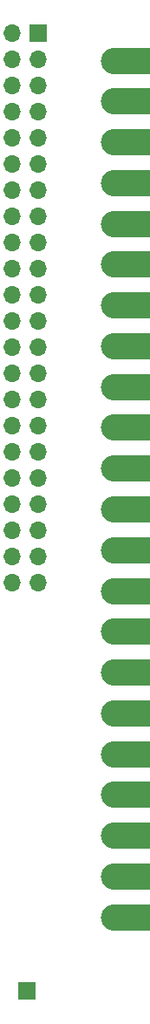
<source format=gbr>
%TF.GenerationSoftware,KiCad,Pcbnew,7.0.11*%
%TF.CreationDate,2025-08-02T11:26:45+02:00*%
%TF.ProjectId,pal-2-kim-adapter,70616c2d-322d-46b6-996d-2d6164617074,rev?*%
%TF.SameCoordinates,Original*%
%TF.FileFunction,Soldermask,Bot*%
%TF.FilePolarity,Negative*%
%FSLAX46Y46*%
G04 Gerber Fmt 4.6, Leading zero omitted, Abs format (unit mm)*
G04 Created by KiCad (PCBNEW 7.0.11) date 2025-08-02 11:26:45*
%MOMM*%
%LPD*%
G01*
G04 APERTURE LIST*
G04 Aperture macros list*
%AMFreePoly0*
4,1,22,-1.270000,3.180000,1.270000,3.180000,1.270000,-1.910000,1.254364,-2.108672,1.198732,-2.329454,1.104571,-2.536755,0.974909,-2.723912,0.813912,-2.884909,0.626755,-3.014571,0.419454,-3.108732,0.198672,-3.164364,0.000000,-3.180000,-0.198672,-3.164364,-0.419454,-3.108732,-0.626755,-3.014571,-0.813912,-2.884909,-0.974909,-2.723912,-1.104571,-2.536755,-1.198732,-2.329454,-1.254364,-2.108672,
-1.270000,-1.910000,-1.270000,3.180000,-1.270000,3.180000,$1*%
G04 Aperture macros list end*
%ADD10R,1.700000X1.700000*%
%ADD11O,1.700000X1.700000*%
%ADD12FreePoly0,270.000000*%
G04 APERTURE END LIST*
D10*
%TO.C,J1*%
X151650000Y-54450000D03*
D11*
X151650000Y-56990000D03*
X151650000Y-59530000D03*
X151650000Y-62070000D03*
X151650000Y-64610000D03*
X151650000Y-67150000D03*
X151650000Y-69690000D03*
X151650000Y-72230000D03*
X151650000Y-74770000D03*
X151650000Y-77310000D03*
X151650000Y-79850000D03*
X151650000Y-82390000D03*
X151650000Y-84930000D03*
X151650000Y-87470000D03*
X151650000Y-90010000D03*
X151650000Y-92550000D03*
X151650000Y-95090000D03*
X151650000Y-97630000D03*
X151650000Y-100170000D03*
X151650000Y-102710000D03*
X151650000Y-105250000D03*
X151650000Y-107790000D03*
X149110000Y-54450000D03*
X149110000Y-56990000D03*
X149110000Y-59530000D03*
X149110000Y-62070000D03*
X149110000Y-64610000D03*
X149110000Y-67150000D03*
X149110000Y-69690000D03*
X149110000Y-72230000D03*
X149110000Y-74770000D03*
X149110000Y-77310000D03*
X149110000Y-79850000D03*
X149110000Y-82390000D03*
X149110000Y-84930000D03*
X149110000Y-87470000D03*
X149110000Y-90010000D03*
X149110000Y-92550000D03*
X149110000Y-95090000D03*
X149110000Y-97630000D03*
X149110000Y-100170000D03*
X149110000Y-102710000D03*
X149110000Y-105250000D03*
X149110000Y-107790000D03*
%TD*%
D10*
%TO.C,J3*%
X150520000Y-147435000D03*
%TD*%
D12*
%TO.C,J2*%
X160990000Y-57140000D03*
X160990000Y-61100000D03*
X160990000Y-65060000D03*
X160990000Y-69020000D03*
X160990000Y-72980000D03*
X160990000Y-76940000D03*
X160990000Y-80900000D03*
X160990000Y-84860000D03*
X160990000Y-88820000D03*
X160990000Y-92780000D03*
X160990000Y-96740000D03*
X160990000Y-100700000D03*
X160990000Y-104660000D03*
X160990000Y-108620000D03*
X160990000Y-112580000D03*
X160990000Y-116540000D03*
X160990000Y-120500000D03*
X160990000Y-124460000D03*
X160990000Y-128420000D03*
X160990000Y-132380000D03*
X160990000Y-136340000D03*
X160990000Y-140300000D03*
%TD*%
M02*

</source>
